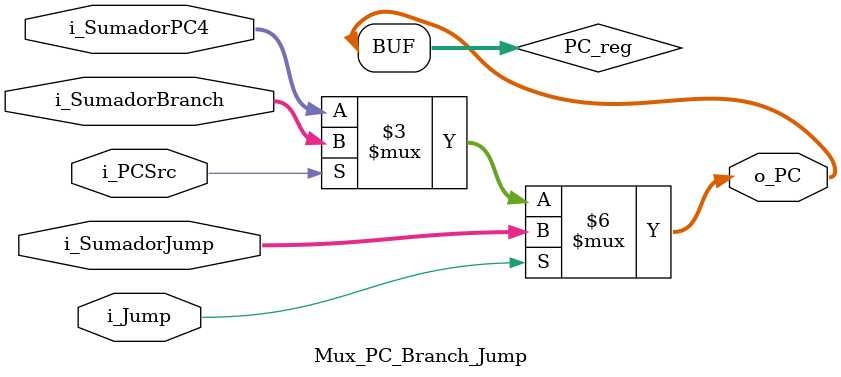
<source format=v>
`timescale 1ns / 1ps

module Mux_PC_Branch_Jump
    #(
        parameter NBITS     =  32
    )
    (
        input   wire                            i_Jump          ,
        input   wire                            i_PCSrc         ,
        input   wire    [NBITS-1      :0]       i_SumadorBranch ,
        input   wire    [NBITS-1      :0]       i_SumadorPC4    ,        
        input   wire    [NBITS-1      :0]       i_SumadorJump   ,
        output  wire    [NBITS-1      :0]       o_PC            
    );
    
    reg             [NBITS-1  :0]          PC_reg   ;
   
     
    assign          o_PC             =     PC_reg   ;
      
    
    always @(*)
    begin
        
        if(i_Jump)
            PC_reg      <=  i_SumadorJump   ;
        else if(i_PCSrc)
            PC_reg      <=  i_SumadorBranch ;
        else
            PC_reg      <=  i_SumadorPC4    ;
             
            
    end   
endmodule

</source>
